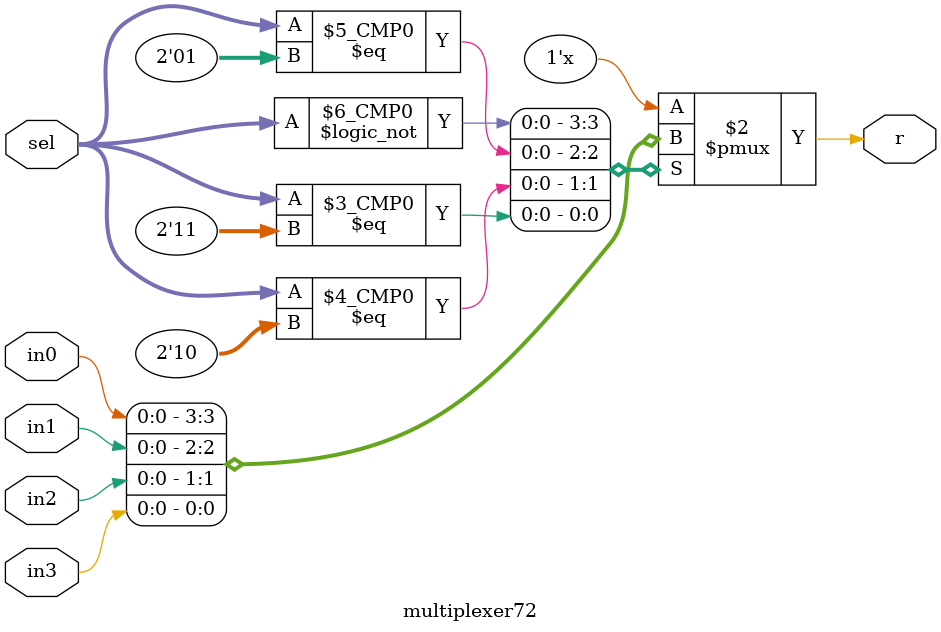
<source format=v>
`timescale 1ns / 1ps
module multiplexer72(input in0, in1, in2, in3, input [1:0] sel, output reg r);
always @ (*)
case(sel)

2'b00: r <= in0;
2'b01: r <= in1;
2'b10: r <= in2;
2'b11: r <= in3;
endcase

endmodule
</source>
